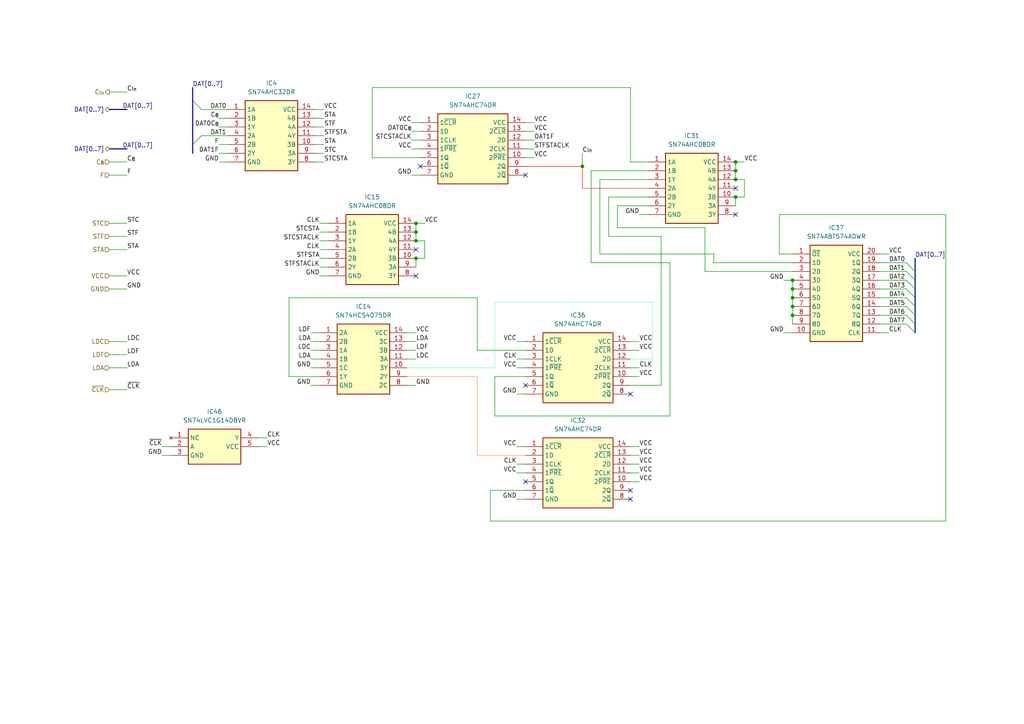
<source format=kicad_sch>
(kicad_sch (version 20250114) (generator "eeschema") (generator_version "9.0")
  (paper "A4")
  (lib_symbols
    (symbol "Samacsys:SN74ABT574ADWR"
      (property "Reference" "IC" (at 21.59 7.62 0))
      (property "Value" "SN74ABT574ADWR" (at 21.59 5.08 0))
      (symbol "SN74ABT574ADWR_1_1"
        (rectangle (start 5.08 2.54) (end 20.32 -25.4) (stroke (width 0.254)) (fill (type background)))
        (pin passive line (at 0 0 0) (length 5.08) (name "~{OE}") (number "1"))
        (pin passive line (at 0 -2.54 0) (length 5.08) (name "1D") (number "2"))
        (pin passive line (at 0 -5.08 0) (length 5.08) (name "2D") (number "3"))
        (pin passive line (at 0 -7.62 0) (length 5.08) (name "3D") (number "4"))
        (pin passive line (at 0 -10.16 0) (length 5.08) (name "4D") (number "5"))
        (pin passive line (at 0 -12.7 0) (length 5.08) (name "5D") (number "6"))
        (pin passive line (at 0 -15.24 0) (length 5.08) (name "6D") (number "7"))
        (pin passive line (at 0 -17.78 0) (length 5.08) (name "7D") (number "8"))
        (pin passive line (at 0 -20.32 0) (length 5.08) (name "8D") (number "9"))
        (pin passive line (at 0 -22.86 0) (length 5.08) (name "GND") (number "10"))
        (pin passive line (at 25.4 0 180) (length 5.08) (name "VCC") (number "20"))
        (pin passive line (at 25.4 -2.54 180) (length 5.08) (name "1Q") (number "19"))
        (pin passive line (at 25.4 -5.08 180) (length 5.08) (name "2Q") (number "18"))
        (pin passive line (at 25.4 -7.62 180) (length 5.08) (name "3Q") (number "17"))
        (pin passive line (at 25.4 -10.16 180) (length 5.08) (name "4Q") (number "16"))
        (pin passive line (at 25.4 -12.7 180) (length 5.08) (name "5Q") (number "15"))
        (pin passive line (at 25.4 -15.24 180) (length 5.08) (name "6Q") (number "14"))
        (pin passive line (at 25.4 -17.78 180) (length 5.08) (name "7Q") (number "13"))
        (pin passive line (at 25.4 -20.32 180) (length 5.08) (name "8Q") (number "12"))
        (pin passive line (at 25.4 -22.86 180) (length 5.08) (name "CLK") (number "11"))
      )
    )
    (symbol "Samacsys:SN74AHC08DR"
      (property "Reference" "IC" (at 21.59 7.62 0))
      (property "Value" "SN74AHC08DR" (at 21.59 5.08 0))
      (symbol "SN74AHC08DR_1_1"
        (rectangle (start 5.08 2.54) (end 20.32 -17.78) (stroke (width 0.254)) (fill (type background)))
        (pin passive line (at 0 0 0) (length 5.08) (name "1A") (number "1"))
        (pin passive line (at 0 -2.54 0) (length 5.08) (name "1B") (number "2"))
        (pin passive line (at 0 -5.08 0) (length 5.08) (name "1Y") (number "3"))
        (pin passive line (at 0 -7.62 0) (length 5.08) (name "2A") (number "4"))
        (pin passive line (at 0 -10.16 0) (length 5.08) (name "2B") (number "5"))
        (pin passive line (at 0 -12.7 0) (length 5.08) (name "2Y") (number "6"))
        (pin passive line (at 0 -15.24 0) (length 5.08) (name "GND") (number "7"))
        (pin passive line (at 25.4 0 180) (length 5.08) (name "VCC") (number "14"))
        (pin passive line (at 25.4 -2.54 180) (length 5.08) (name "4B") (number "13"))
        (pin passive line (at 25.4 -5.08 180) (length 5.08) (name "4A") (number "12"))
        (pin passive line (at 25.4 -7.62 180) (length 5.08) (name "4Y") (number "11"))
        (pin passive line (at 25.4 -10.16 180) (length 5.08) (name "3B") (number "10"))
        (pin passive line (at 25.4 -12.7 180) (length 5.08) (name "3A") (number "9"))
        (pin passive line (at 25.4 -15.24 180) (length 5.08) (name "3Y") (number "8"))
      )
    )
    (symbol "Samacsys:SN74AHC32DR"
      (property "Reference" "IC" (at 21.59 7.62 0))
      (property "Value" "SN74AHC32DR" (at 21.59 5.08 0))
      (symbol "SN74AHC32DR_1_1"
        (rectangle (start 5.08 2.54) (end 20.32 -17.78) (stroke (width 0.254)) (fill (type background)))
        (pin passive line (at 0 0 0) (length 5.08) (name "1A") (number "1"))
        (pin passive line (at 0 -2.54 0) (length 5.08) (name "1B") (number "2"))
        (pin passive line (at 0 -5.08 0) (length 5.08) (name "1Y") (number "3"))
        (pin passive line (at 0 -7.62 0) (length 5.08) (name "2A") (number "4"))
        (pin passive line (at 0 -10.16 0) (length 5.08) (name "2B") (number "5"))
        (pin passive line (at 0 -12.7 0) (length 5.08) (name "2Y") (number "6"))
        (pin passive line (at 0 -15.24 0) (length 5.08) (name "GND") (number "7"))
        (pin passive line (at 25.4 0 180) (length 5.08) (name "VCC") (number "14"))
        (pin passive line (at 25.4 -2.54 180) (length 5.08) (name "4B") (number "13"))
        (pin passive line (at 25.4 -5.08 180) (length 5.08) (name "4A") (number "12"))
        (pin passive line (at 25.4 -7.62 180) (length 5.08) (name "4Y") (number "11"))
        (pin passive line (at 25.4 -10.16 180) (length 5.08) (name "3B") (number "10"))
        (pin passive line (at 25.4 -12.7 180) (length 5.08) (name "3A") (number "9"))
        (pin passive line (at 25.4 -15.24 180) (length 5.08) (name "3Y") (number "8"))
      )
    )
    (symbol "Samacsys:SN74AHC74DR"
      (property "Reference" "IC" (at 26.67 7.62 0))
      (property "Value" "SN74AHC74DR" (at 26.67 5.08 0))
      (symbol "SN74AHC74DR_1_1"
        (rectangle (start 5.08 2.54) (end 25.4 -17.78) (stroke (width 0.254)) (fill (type background)))
        (pin passive line (at 0 0 0) (length 5.08) (name "1~{CLR}") (number "1"))
        (pin passive line (at 0 -2.54 0) (length 5.08) (name "1D") (number "2"))
        (pin passive line (at 0 -5.08 0) (length 5.08) (name "1CLK") (number "3"))
        (pin passive line (at 0 -7.62 0) (length 5.08) (name "1~{PRE}") (number "4"))
        (pin passive line (at 0 -10.16 0) (length 5.08) (name "1Q") (number "5"))
        (pin passive line (at 0 -12.7 0) (length 5.08) (name "1~{Q}") (number "6"))
        (pin passive line (at 0 -15.24 0) (length 5.08) (name "GND") (number "7"))
        (pin passive line (at 30.48 0 180) (length 5.08) (name "VCC") (number "14"))
        (pin passive line (at 30.48 -2.54 180) (length 5.08) (name "2~{CLR}") (number "13"))
        (pin passive line (at 30.48 -5.08 180) (length 5.08) (name "2D") (number "12"))
        (pin passive line (at 30.48 -7.62 180) (length 5.08) (name "2CLK") (number "11"))
        (pin passive line (at 30.48 -10.16 180) (length 5.08) (name "2~{PRE}") (number "10"))
        (pin passive line (at 30.48 -12.7 180) (length 5.08) (name "2Q") (number "9"))
        (pin passive line (at 30.48 -15.24 180) (length 5.08) (name "2~{Q}") (number "8"))
      )
    )
    (symbol "Samacsys:SN74HCS4075DR"
      (property "Reference" "IC" (at 21.59 7.62 0))
      (property "Value" "SN74HCS4075DR" (at 21.59 5.08 0))
      (symbol "SN74HCS4075DR_1_1"
        (rectangle (start 5.08 2.54) (end 20.32 -17.78) (stroke (width 0.254)) (fill (type background)))
        (pin passive line (at 0 0 0) (length 5.08) (name "2A") (number "1"))
        (pin passive line (at 0 -2.54 0) (length 5.08) (name "2B") (number "2"))
        (pin passive line (at 0 -5.08 0) (length 5.08) (name "1A") (number "3"))
        (pin passive line (at 0 -7.62 0) (length 5.08) (name "1B") (number "4"))
        (pin passive line (at 0 -10.16 0) (length 5.08) (name "1C") (number "5"))
        (pin passive line (at 0 -12.7 0) (length 5.08) (name "1Y") (number "6"))
        (pin passive line (at 0 -15.24 0) (length 5.08) (name "GND") (number "7"))
        (pin passive line (at 25.4 0 180) (length 5.08) (name "VCC") (number "14"))
        (pin passive line (at 25.4 -2.54 180) (length 5.08) (name "3C") (number "13"))
        (pin passive line (at 25.4 -5.08 180) (length 5.08) (name "3B") (number "12"))
        (pin passive line (at 25.4 -7.62 180) (length 5.08) (name "3A") (number "11"))
        (pin passive line (at 25.4 -10.16 180) (length 5.08) (name "3Y") (number "10"))
        (pin passive line (at 25.4 -12.7 180) (length 5.08) (name "2Y") (number "9"))
        (pin passive line (at 25.4 -15.24 180) (length 5.08) (name "2C") (number "8"))
      )
    )
    (symbol "Samacsys:SN74LVC1G14DBVR"
      (property "Reference" "IC" (at 21.59 7.62 0))
      (property "Value" "SN74LVC1G14DBVR" (at 21.59 5.08 0))
      (symbol "SN74LVC1G14DBVR_1_1"
        (rectangle (start 5.08 2.54) (end 20.32 -7.62) (stroke (width 0.254)) (fill (type background)))
        (pin no_connect line (at 0 0 0) (length 5.08) (name "NC") (number "1"))
        (pin passive line (at 0 -2.54 0) (length 5.08) (name "A") (number "2"))
        (pin passive line (at 0 -5.08 0) (length 5.08) (name "GND") (number "3"))
        (pin passive line (at 25.4 0 180) (length 5.08) (name "Y") (number "4"))
        (pin passive line (at 25.4 -2.54 180) (length 5.08) (name "VCC") (number "5"))
      )
    )
  )
  (junction (at 213.36 52.07))
  (junction (at 229.87 81.28))
  (junction (at 213.36 57.15))
  (junction (at 120.65 74.93))
  (junction (at 213.36 49.53))
  (junction (at 213.36 46.99))
  (junction (at 120.65 64.77))
  (junction (at 120.65 69.85))
  (junction (at 229.87 88.9))
  (junction (at 229.87 91.44))
  (junction (at 168.91 48.26))
  (junction (at 229.87 86.36))
  (junction (at 120.65 67.31))
  (junction (at 229.87 83.82))
  (no_connect (at 121.92 48.26))
  (no_connect (at 213.36 54.61))
  (no_connect (at 182.88 142.24))
  (no_connect (at 182.88 144.78))
  (no_connect (at 182.88 114.3))
  (no_connect (at 152.4 139.7))
  (no_connect (at 152.4 50.8))
  (no_connect (at 213.36 62.23))
  (no_connect (at 152.4 111.76))
  (no_connect (at 120.65 80.01))
  (no_connect (at 120.65 72.39))
  (bus_entry (at 55.88 41.91) (size 2.54 -2.54))
  (bus_entry (at 262.89 86.36) (size 2.54 2.54))
  (bus_entry (at 262.89 76.2) (size 2.54 2.54))
  (bus_entry (at 262.89 88.9) (size 2.54 2.54))
  (bus_entry (at 262.89 83.82) (size 2.54 2.54))
  (bus_entry (at 262.89 93.98) (size 2.54 2.54))
  (bus_entry (at 262.89 78.74) (size 2.54 2.54))
  (bus_entry (at 262.89 91.44) (size 2.54 2.54))
  (bus_entry (at 58.42 31.75) (size -2.54 -2.54))
  (bus_entry (at 262.89 81.28) (size 2.54 2.54))
  (wire (pts (xy 152.4 142.24) (xy 142.24 142.24)))
  (wire (pts (xy 187.96 52.07) (xy 173.99 52.07)))
  (wire (pts (xy 213.36 52.07) (xy 215.9 52.07)))
  (wire (pts (xy 91.44 46.99) (xy 93.98 46.99)))
  (wire (pts (xy 213.36 57.15) (xy 213.36 59.69)))
  (wire (pts (xy 176.53 68.58) (xy 176.53 57.15)))
  (wire (pts (xy 255.27 73.66) (xy 257.81 73.66)))
  (wire (pts (xy 204.47 78.74) (xy 204.47 66.04)))
  (wire (pts (xy 107.95 45.72) (xy 107.95 25.4)))
  (wire (pts (xy 182.88 106.68) (xy 185.42 106.68)))
  (wire (pts (xy 182.88 139.7) (xy 185.42 139.7)))
  (wire (pts (xy 83.82 109.22) (xy 83.82 86.36)))
  (wire (pts (xy 213.36 46.99) (xy 213.36 49.53)))
  (wire (pts (xy 118.11 96.52) (xy 120.65 96.52)))
  (wire (pts (xy 173.99 73.66) (xy 207.01 73.66)))
  (wire (pts (xy 63.5 44.45) (xy 66.04 44.45)))
  (wire (pts (xy 182.88 129.54) (xy 185.42 129.54)))
  (wire (pts (xy 138.43 101.6) (xy 152.4 101.6)))
  (wire (pts (xy 143.51 120.65) (xy 194.31 120.65)))
  (wire (pts (xy 90.17 101.6) (xy 92.71 101.6)))
  (wire (pts (xy 274.32 62.23) (xy 226.06 62.23)))
  (wire (pts (xy 92.71 109.22) (xy 83.82 109.22)))
  (wire (pts (xy 63.5 34.29) (xy 66.04 34.29)))
  (wire (pts (xy 213.36 57.15) (xy 215.9 57.15)))
  (wire (pts (xy 31.75 26.67) (xy 36.83 26.67)))
  (wire (pts (xy 179.07 66.04) (xy 179.07 59.69)))
  (wire (pts (xy 31.75 99.06) (xy 36.83 99.06)))
  (wire (pts (xy 255.27 93.98) (xy 262.89 93.98)))
  (wire (pts (xy 31.75 113.03) (xy 36.83 113.03)))
  (wire (pts (xy 152.4 38.1) (xy 154.94 38.1)))
  (wire (pts (xy 229.87 83.82) (xy 229.87 86.36)))
  (wire (pts (xy 179.07 59.69) (xy 187.96 59.69)))
  (bus (pts (xy 265.43 78.74) (xy 265.43 81.28)))
  (wire (pts (xy 92.71 80.01) (xy 95.25 80.01)))
  (wire (pts (xy 194.31 76.2) (xy 171.45 76.2)))
  (wire (pts (xy 120.65 64.77) (xy 123.19 64.77)))
  (wire (pts (xy 31.75 106.68) (xy 36.83 106.68)))
  (wire (pts (xy 46.99 129.54) (xy 49.53 129.54)))
  (wire (pts (xy 120.65 111.76) (xy 118.11 111.76)))
  (wire (pts (xy 63.5 46.99) (xy 66.04 46.99)))
  (wire (pts (xy 255.27 81.28) (xy 262.89 81.28)))
  (wire (pts (xy 107.95 25.4) (xy 182.88 25.4)))
  (wire (pts (xy 229.87 81.28) (xy 229.87 83.82)))
  (wire (pts (xy 91.44 39.37) (xy 93.98 39.37)))
  (wire (pts (xy 229.87 88.9) (xy 229.87 91.44)))
  (wire (pts (xy 46.99 132.08) (xy 49.53 132.08)))
  (wire (pts (xy 152.4 106.68) (xy 149.86 106.68)))
  (wire (pts (xy 226.06 73.66) (xy 229.87 73.66)))
  (wire (pts (xy 31.75 72.39) (xy 36.83 72.39)))
  (wire (pts (xy 31.75 83.82) (xy 36.83 83.82)))
  (wire (pts (xy 255.27 91.44) (xy 262.89 91.44)))
  (wire (pts (xy 90.17 111.76) (xy 92.71 111.76)))
  (wire (pts (xy 120.65 74.93) (xy 123.19 74.93)))
  (wire (pts (xy 229.87 86.36) (xy 229.87 88.9)))
  (wire (pts (xy 152.4 104.14) (xy 149.86 104.14)))
  (wire (pts (xy 31.75 46.99) (xy 36.83 46.99)))
  (wire (pts (xy 182.88 109.22) (xy 185.42 109.22)))
  (wire (pts (xy 120.65 101.6) (xy 118.11 101.6)))
  (wire (pts (xy 138.43 86.36) (xy 138.43 101.6)))
  (bus (pts (xy 265.43 88.9) (xy 265.43 91.44)))
  (wire (pts (xy 152.4 129.54) (xy 149.86 129.54)))
  (wire (pts (xy 92.71 69.85) (xy 95.25 69.85)))
  (wire (pts (xy 194.31 120.65) (xy 194.31 76.2)))
  (wire (pts (xy 204.47 66.04) (xy 179.07 66.04)))
  (wire (pts (xy 255.27 86.36) (xy 262.89 86.36)))
  (wire (pts (xy 142.24 151.13) (xy 274.32 151.13)))
  (wire (pts (xy 207.01 73.66) (xy 207.01 76.2)))
  (wire (pts (xy 152.4 45.72) (xy 154.94 45.72)))
  (wire (pts (xy 168.91 44.45) (xy 168.91 48.26)))
  (wire (pts (xy 92.71 64.77) (xy 95.25 64.77)))
  (wire (pts (xy 142.24 142.24) (xy 142.24 151.13)))
  (wire (pts (xy 255.27 76.2) (xy 262.89 76.2)))
  (wire (pts (xy 182.88 111.76) (xy 191.77 111.76)))
  (wire (pts (xy 31.75 102.87) (xy 36.83 102.87)))
  (wire (pts (xy 74.93 129.54) (xy 77.47 129.54)))
  (bus (pts (xy 55.88 41.91) (xy 55.88 44.45)))
  (bus (pts (xy 55.88 29.21) (xy 55.88 41.91)))
  (wire (pts (xy 120.65 64.77) (xy 120.65 67.31)))
  (wire (pts (xy 149.86 144.78) (xy 152.4 144.78)))
  (wire (pts (xy 83.82 86.36) (xy 138.43 86.36)))
  (wire (pts (xy 120.65 69.85) (xy 123.19 69.85)))
  (wire (pts (xy 143.51 109.22) (xy 143.51 120.65)))
  (wire (pts (xy 58.42 39.37) (xy 66.04 39.37)))
  (wire (pts (xy 90.17 96.52) (xy 92.71 96.52)))
  (wire (pts (xy 119.38 50.8) (xy 121.92 50.8)))
  (wire (pts (xy 152.4 134.62) (xy 149.86 134.62)))
  (bus (pts (xy 265.43 74.93) (xy 265.43 78.74)))
  (wire (pts (xy 171.45 49.53) (xy 187.96 49.53)))
  (bus (pts (xy 265.43 91.44) (xy 265.43 93.98)))
  (wire (pts (xy 118.11 106.68) (xy 143.51 106.68)) (stroke (width 0) (color 121 255 176 1)))
  (wire (pts (xy 123.19 74.93) (xy 123.19 69.85)))
  (wire (pts (xy 91.44 34.29) (xy 93.98 34.29)))
  (wire (pts (xy 255.27 96.52) (xy 257.81 96.52)))
  (wire (pts (xy 143.51 106.68) (xy 143.51 87.63)) (stroke (width 0) (color 121 255 176 1)))
  (wire (pts (xy 120.65 67.31) (xy 120.65 69.85)))
  (wire (pts (xy 152.4 40.64) (xy 154.94 40.64)))
  (bus (pts (xy 265.43 86.36) (xy 265.43 88.9)))
  (wire (pts (xy 31.75 68.58) (xy 36.83 68.58)))
  (wire (pts (xy 229.87 91.44) (xy 229.87 93.98)))
  (wire (pts (xy 121.92 35.56) (xy 119.38 35.56)))
  (wire (pts (xy 213.36 49.53) (xy 213.36 52.07)))
  (wire (pts (xy 182.88 132.08) (xy 185.42 132.08)))
  (wire (pts (xy 90.17 99.06) (xy 92.71 99.06)))
  (wire (pts (xy 152.4 137.16) (xy 149.86 137.16)))
  (wire (pts (xy 31.75 64.77) (xy 36.83 64.77)))
  (wire (pts (xy 119.38 38.1) (xy 121.92 38.1)))
  (wire (pts (xy 191.77 111.76) (xy 191.77 68.58)))
  (wire (pts (xy 182.88 134.62) (xy 185.42 134.62)))
  (bus (pts (xy 265.43 93.98) (xy 265.43 96.52)))
  (wire (pts (xy 274.32 151.13) (xy 274.32 62.23)))
  (wire (pts (xy 31.75 50.8) (xy 36.83 50.8)))
  (wire (pts (xy 91.44 31.75) (xy 93.98 31.75)))
  (wire (pts (xy 91.44 44.45) (xy 93.98 44.45)))
  (wire (pts (xy 182.88 46.99) (xy 187.96 46.99)))
  (wire (pts (xy 92.71 67.31) (xy 95.25 67.31)))
  (wire (pts (xy 92.71 77.47) (xy 95.25 77.47)))
  (wire (pts (xy 120.65 104.14) (xy 118.11 104.14)))
  (wire (pts (xy 138.43 109.22) (xy 138.43 132.08)) (stroke (width 0) (color 255 143 96 1)))
  (bus (pts (xy 31.75 43.18) (xy 36.83 43.18)))
  (wire (pts (xy 255.27 88.9) (xy 262.89 88.9)))
  (wire (pts (xy 90.17 104.14) (xy 92.71 104.14)))
  (wire (pts (xy 176.53 57.15) (xy 187.96 57.15)))
  (wire (pts (xy 227.33 96.52) (xy 229.87 96.52)))
  (wire (pts (xy 182.88 25.4) (xy 182.88 46.99)))
  (wire (pts (xy 118.11 109.22) (xy 138.43 109.22)) (stroke (width 0) (color 255 143 96 1)))
  (wire (pts (xy 168.91 54.61) (xy 187.96 54.61)) (stroke (width 0) (color 255 50 50 1)))
  (bus (pts (xy 265.43 81.28) (xy 265.43 83.82)))
  (wire (pts (xy 118.11 99.06) (xy 120.65 99.06)))
  (wire (pts (xy 226.06 62.23) (xy 226.06 73.66)))
  (wire (pts (xy 91.44 41.91) (xy 93.98 41.91)))
  (wire (pts (xy 90.17 106.68) (xy 92.71 106.68)))
  (wire (pts (xy 185.42 62.23) (xy 187.96 62.23)))
  (bus (pts (xy 31.75 31.75) (xy 36.83 31.75)))
  (wire (pts (xy 171.45 76.2) (xy 171.45 49.53)))
  (wire (pts (xy 31.75 80.01) (xy 36.83 80.01)))
  (wire (pts (xy 229.87 78.74) (xy 204.47 78.74)))
  (wire (pts (xy 182.88 99.06) (xy 185.42 99.06)))
  (wire (pts (xy 119.38 40.64) (xy 121.92 40.64)))
  (wire (pts (xy 182.88 137.16) (xy 185.42 137.16)))
  (wire (pts (xy 143.51 87.63) (xy 189.23 87.63)) (stroke (width 0) (color 121 255 176 1)))
  (wire (pts (xy 255.27 83.82) (xy 262.89 83.82)))
  (wire (pts (xy 152.4 35.56) (xy 154.94 35.56)))
  (wire (pts (xy 168.91 48.26) (xy 152.4 48.26)) (stroke (width 0) (color 255 0 0 1)))
  (wire (pts (xy 189.23 104.14) (xy 182.88 104.14)) (stroke (width 0) (color 121 255 176 1)))
  (wire (pts (xy 74.93 127) (xy 77.47 127)))
  (wire (pts (xy 152.4 99.06) (xy 149.86 99.06)))
  (wire (pts (xy 91.44 36.83) (xy 93.98 36.83)))
  (bus (pts (xy 55.88 25.4) (xy 55.88 29.21)))
  (wire (pts (xy 191.77 68.58) (xy 176.53 68.58)))
  (wire (pts (xy 173.99 52.07) (xy 173.99 73.66)))
  (wire (pts (xy 207.01 76.2) (xy 229.87 76.2)))
  (wire (pts (xy 121.92 43.18) (xy 119.38 43.18)))
  (wire (pts (xy 227.33 81.28) (xy 229.87 81.28)))
  (bus (pts (xy 265.43 83.82) (xy 265.43 86.36)))
  (wire (pts (xy 63.5 41.91) (xy 66.04 41.91)))
  (wire (pts (xy 255.27 78.74) (xy 262.89 78.74)))
  (wire (pts (xy 152.4 43.18) (xy 154.94 43.18)))
  (wire (pts (xy 215.9 57.15) (xy 215.9 52.07)))
  (wire (pts (xy 58.42 31.75) (xy 66.04 31.75)))
  (wire (pts (xy 182.88 101.6) (xy 185.42 101.6)))
  (wire (pts (xy 152.4 109.22) (xy 143.51 109.22)))
  (wire (pts (xy 189.23 87.63) (xy 189.23 104.14)) (stroke (width 0) (color 121 255 176 1)))
  (wire (pts (xy 63.5 36.83) (xy 66.04 36.83)))
  (wire (pts (xy 92.71 74.93) (xy 95.25 74.93)))
  (wire (pts (xy 149.86 114.3) (xy 152.4 114.3)))
  (wire (pts (xy 121.92 45.72) (xy 107.95 45.72)))
  (wire (pts (xy 120.65 74.93) (xy 120.65 77.47)))
  (wire (pts (xy 213.36 46.99) (xy 215.9 46.99)))
  (wire (pts (xy 168.91 48.26) (xy 168.91 54.61)) (stroke (width 0) (color 255 0 0 1)))
  (wire (pts (xy 138.43 132.08) (xy 152.4 132.08)) (stroke (width 0) (color 255 143 96 1)))
  (wire (pts (xy 92.71 72.39) (xy 95.25 72.39)))
  (label "DAT[0..7]" (at 55.88 25.4 0))
  (label "C_{8}" (at 36.83 46.99 0))
  (label "DAT6" (at 257.81 91.44 0))
  (label "STF" (at 93.98 36.83 0))
  (label "GND" (at 46.99 132.08 180))
  (label "GND" (at 227.33 96.52 180))
  (label "STFSTA" (at 93.98 39.37 0))
  (label "CLK" (at 149.86 134.62 180))
  (label "VCC" (at 154.94 38.1 0))
  (label "STC" (at 36.83 64.77 0))
  (label "STFSTACLK" (at 154.94 43.18 0))
  (label "VCC" (at 185.42 132.08 0))
  (label "VCC" (at 185.42 109.22 0))
  (label "GND" (at 90.17 106.68 180))
  (label "DAT3" (at 257.81 83.82 0))
  (label "VCC" (at 185.42 129.54 0))
  (label "GND" (at 149.86 114.3 180))
  (label "LDA" (at 36.83 106.68 0))
  (label "DAT0C_{8}" (at 63.5 36.83 180))
  (label "STCSTA" (at 92.71 67.31 180))
  (label "GND" (at 120.65 111.76 0))
  (label "C_{in}" (at 168.91 44.45 0))
  (label "STCSTA" (at 93.98 46.99 0))
  (label "VCC" (at 77.47 129.54 0))
  (label "GND" (at 185.42 62.23 180))
  (label "STA" (at 36.83 72.39 0))
  (label "STA" (at 93.98 41.91 0))
  (label "F" (at 63.5 41.91 180))
  (label "LDF" (at 36.83 102.87 0))
  (label "GND" (at 227.33 81.28 180))
  (label "LDC" (at 36.83 99.06 0))
  (label "C_{8}" (at 63.5 34.29 180))
  (label "DAT1" (at 257.81 78.74 0))
  (label "DAT0C_{8}" (at 119.38 38.1 180))
  (label "~{CLK}" (at 46.99 129.54 180))
  (label "CLK" (at 77.47 127 0))
  (label "STCSTACLK" (at 92.71 69.85 180))
  (label "CLK" (at 185.42 106.68 0))
  (label "VCC" (at 119.38 43.18 180))
  (label "GND" (at 36.83 83.82 0))
  (label "GND" (at 63.5 46.99 180))
  (label "VCC" (at 36.83 80.01 0))
  (label "STFSTACLK" (at 92.71 77.47 180))
  (label "DAT5" (at 257.81 88.9 0))
  (label "DAT1F" (at 63.5 44.45 180))
  (label "VCC" (at 149.86 129.54 180))
  (label "STF" (at 36.83 68.58 0))
  (label "DAT[0..7]" (at 35.56 43.18 0))
  (label "C_{in}" (at 36.83 26.67 0))
  (label "VCC" (at 185.42 139.7 0))
  (label "VCC" (at 149.86 106.68 180))
  (label "GND" (at 92.71 80.01 180))
  (label "VCC" (at 149.86 137.16 180))
  (label "DAT1" (at 60.96 39.37 0))
  (label "VCC" (at 93.98 31.75 0))
  (label "VCC" (at 185.42 137.16 0))
  (label "LDA" (at 90.17 104.14 180))
  (label "DAT7" (at 257.81 93.98 0))
  (label "VCC" (at 119.38 35.56 180))
  (label "CLK" (at 257.81 96.52 0))
  (label "DAT1F" (at 154.94 40.64 0))
  (label "DAT[0..7]" (at 265.43 74.93 0))
  (label "LDF" (at 90.17 96.52 180))
  (label "STFSTA" (at 92.71 74.93 180))
  (label "CLK" (at 92.71 64.77 180))
  (label "VCC" (at 185.42 101.6 0))
  (label "CLK" (at 92.71 72.39 180))
  (label "LDF" (at 120.65 101.6 0))
  (label "LDA" (at 90.17 99.06 180))
  (label "DAT2" (at 257.81 81.28 0))
  (label "LDC" (at 90.17 101.6 180))
  (label "VCC" (at 215.9 46.99 0))
  (label "GND" (at 149.86 144.78 180))
  (label "STCSTACLK" (at 119.38 40.64 180))
  (label "VCC" (at 185.42 134.62 0))
  (label "VCC" (at 149.86 99.06 180))
  (label "VCC" (at 154.94 45.72 0))
  (label "STA" (at 93.98 34.29 0))
  (label "VCC" (at 154.94 35.56 0))
  (label "CLK" (at 149.86 104.14 180))
  (label "F" (at 36.83 50.8 0))
  (label "STC" (at 93.98 44.45 0))
  (label "GND" (at 90.17 111.76 180))
  (label "VCC" (at 123.19 64.77 0))
  (label "DAT0" (at 257.81 76.2 0))
  (label "VCC" (at 257.81 73.66 0))
  (label "VCC" (at 120.65 96.52 0))
  (label "VCC" (at 185.42 99.06 0))
  (label "~{CLK}" (at 36.83 113.03 0))
  (label "LDC" (at 120.65 104.14 0))
  (label "LDA" (at 120.65 99.06 0))
  (label "DAT[0..7]" (at 35.56 31.75 0))
  (label "DAT4" (at 257.81 86.36 0))
  (label "DAT0" (at 60.96 31.75 0))
  (label "GND" (at 119.38 50.8 180))
  (hierarchical_label "STC" (shape input) (at 31.75 64.77 180))
  (hierarchical_label "VCC" (shape input) (at 31.75 80.01 180))
  (hierarchical_label "C_{in}" (shape output) (at 31.75 26.67 180))
  (hierarchical_label "DAT[0..7]" (shape tri_state) (at 31.75 43.18 180))
  (hierarchical_label "~{CLK}" (shape input) (at 31.75 113.03 180))
  (hierarchical_label "LDA" (shape input) (at 31.75 106.68 180))
  (hierarchical_label "GND" (shape input) (at 31.75 83.82 180))
  (hierarchical_label "F" (shape input) (at 31.75 50.8 180))
  (hierarchical_label "DAT[0..7]" (shape tri_state) (at 31.75 31.75 180))
  (hierarchical_label "C_{8}" (shape input) (at 31.75 46.99 180))
  (hierarchical_label "STF" (shape input) (at 31.75 68.58 180))
  (hierarchical_label "LDF" (shape input) (at 31.75 102.87 180))
  (hierarchical_label "STA" (shape input) (at 31.75 72.39 180))
  (hierarchical_label "LDC" (shape input) (at 31.75 99.06 180))
  (symbol (lib_id "Samacsys:SN74AHC74DR") (at 121.92 35.56 0) (unit 1)
    (property "Reference" "IC27" (at 137.16 27.94 0))
    (property "Value" "SN74AHC74DR" (at 137.16 30.48 0))
    (property "Footprint" "Samacsys:SOIC127P600X175-14N" (effects (hide yes)))
    (property "Datasheet" "http://www.ti.com/lit/gpn/sn74ahc74" (effects (hide yes)))
    (property "Description" "Dual Positive-Edge-Triggered D-Type Flip-Flops With Clear and Preset" (effects (hide yes)))
    (property "Height" "1.75" (effects (hide yes)))
    (property "Mouser Part Number" "595-SN74AHC74DR" (effects (hide yes)))
    (property "Mouser Price/Stock" "https://www.mouser.co.uk/ProductDetail/Texas-Instruments/SN74AHC74DR?qs=st7IWvlL5%2FgP9OJq63EsFQ%3D%3D" (effects (hide yes)))
    (property "Manufacturer_Name" "Texas Instruments" (effects (hide yes)))
    (property "Manufacturer_Part_Number" "SN74AHC74DR" (effects (hide yes)))
  )
  (symbol (lib_id "Samacsys:SN74ABT574ADWR") (at 229.87 73.66 0) (unit 1)
    (property "Reference" "IC37" (at 242.57 66.04 0))
    (property "Value" "SN74ABT574ADWR" (at 242.57 68.58 0))
    (property "Footprint" "Samacsys:SOIC127P1030X265-20N" (effects (hide yes)))
    (property "Datasheet" "http://www.ti.com/lit/gpn/sn74abt574a" (effects (hide yes)))
    (property "Description" "Texas Instruments SN74ABT574ADWR, D Type Bus Interface Flip Flop, 3-State, 4.5  5.5 V, 20-Pin SOIC" (effects (hide yes)))
    (property "Height" "2.65" (effects (hide yes)))
    (property "Mouser Part Number" "595-SN74ABT574ADWR" (effects (hide yes)))
    (property "Mouser Price/Stock" "https://www.mouser.co.uk/ProductDetail/Texas-Instruments/SN74ABT574ADWR?qs=nMmhAzRCgdCWNOUsuPi1DA%3D%3D" (effects (hide yes)))
    (property "Manufacturer_Name" "Texas Instruments" (effects (hide yes)))
    (property "Manufacturer_Part_Number" "SN74ABT574ADWR" (effects (hide yes)))
  )
  (symbol (lib_id "Samacsys:SN74AHC74DR") (at 152.4 99.06 0) (unit 1)
    (property "Reference" "IC36" (at 167.64 91.44 0))
    (property "Value" "SN74AHC74DR" (at 167.64 93.98 0))
    (property "Footprint" "Samacsys:SOIC127P600X175-14N" (effects (hide yes)))
    (property "Datasheet" "http://www.ti.com/lit/gpn/sn74ahc74" (effects (hide yes)))
    (property "Description" "Dual Positive-Edge-Triggered D-Type Flip-Flops With Clear and Preset" (effects (hide yes)))
    (property "Height" "1.75" (effects (hide yes)))
    (property "Mouser Part Number" "595-SN74AHC74DR" (effects (hide yes)))
    (property "Mouser Price/Stock" "https://www.mouser.co.uk/ProductDetail/Texas-Instruments/SN74AHC74DR?qs=st7IWvlL5%2FgP9OJq63EsFQ%3D%3D" (effects (hide yes)))
    (property "Manufacturer_Name" "Texas Instruments" (effects (hide yes)))
    (property "Manufacturer_Part_Number" "SN74AHC74DR" (effects (hide yes)))
  )
  (symbol (lib_id "Samacsys:SN74AHC08DR") (at 95.25 64.77 0) (unit 1)
    (property "Reference" "IC15" (at 107.95 57.15 0))
    (property "Value" "SN74AHC08DR" (at 107.95 59.69 0))
    (property "Footprint" "Samacsys:SOIC127P600X175-14N" (effects (hide yes)))
    (property "Datasheet" "http://www.ti.com/lit/gpn/sn74ahc08" (effects (hide yes)))
    (property "Description" "Quadruple 2-Input Positive-AND Gates" (effects (hide yes)))
    (property "Height" "1.75" (effects (hide yes)))
    (property "Mouser Part Number" "595-SN74AHC08DR" (effects (hide yes)))
    (property "Mouser Price/Stock" "https://www.mouser.co.uk/ProductDetail/Texas-Instruments/SN74AHC08DR?qs=3pnr37ZAbK%252BRKKo59Fme5A%3D%3D" (effects (hide yes)))
    (property "Manufacturer_Name" "Texas Instruments" (effects (hide yes)))
    (property "Manufacturer_Part_Number" "SN74AHC08DR" (effects (hide yes)))
  )
  (symbol (lib_id "Samacsys:SN74AHC32DR") (at 66.04 31.75 0) (unit 1)
    (property "Reference" "IC4" (at 78.74 24.13 0))
    (property "Value" "SN74AHC32DR" (at 78.74 26.67 0))
    (property "Footprint" "Samacsys:SOIC127P600X175-14N" (effects (hide yes)))
    (property "Datasheet" "http://www.ti.com/lit/gpn/sn74ahc32" (effects (hide yes)))
    (property "Description" "Quadruple 2-Input Positive-OR Gates" (effects (hide yes)))
    (property "Height" "1.75" (effects (hide yes)))
    (property "Mouser Part Number" "595-SN74AHC32DR" (effects (hide yes)))
    (property "Mouser Price/Stock" "https://www.mouser.co.uk/ProductDetail/Texas-Instruments/SN74AHC32DR?qs=bvpNxolhIUP1gpgKlKyYQQ%3D%3D" (effects (hide yes)))
    (property "Manufacturer_Name" "Texas Instruments" (effects (hide yes)))
    (property "Manufacturer_Part_Number" "SN74AHC32DR" (effects (hide yes)))
  )
  (symbol (lib_id "Samacsys:SN74AHC74DR") (at 152.4 129.54 0) (unit 1)
    (property "Reference" "IC32" (at 167.64 121.92 0))
    (property "Value" "SN74AHC74DR" (at 167.64 124.46 0))
    (property "Footprint" "Samacsys:SOIC127P600X175-14N" (effects (hide yes)))
    (property "Datasheet" "http://www.ti.com/lit/gpn/sn74ahc74" (effects (hide yes)))
    (property "Description" "Dual Positive-Edge-Triggered D-Type Flip-Flops With Clear and Preset" (effects (hide yes)))
    (property "Height" "1.75" (effects (hide yes)))
    (property "Mouser Part Number" "595-SN74AHC74DR" (effects (hide yes)))
    (property "Mouser Price/Stock" "https://www.mouser.co.uk/ProductDetail/Texas-Instruments/SN74AHC74DR?qs=st7IWvlL5%2FgP9OJq63EsFQ%3D%3D" (effects (hide yes)))
    (property "Manufacturer_Name" "Texas Instruments" (effects (hide yes)))
    (property "Manufacturer_Part_Number" "SN74AHC74DR" (effects (hide yes)))
  )
  (symbol (lib_id "Samacsys:SN74AHC08DR") (at 187.96 46.99 0) (unit 1)
    (property "Reference" "IC31" (at 200.66 39.37 0))
    (property "Value" "SN74AHC08DR" (at 200.66 41.91 0))
    (property "Footprint" "Samacsys:SOIC127P600X175-14N" (effects (hide yes)))
    (property "Datasheet" "http://www.ti.com/lit/gpn/sn74ahc08" (effects (hide yes)))
    (property "Description" "Quadruple 2-Input Positive-AND Gates" (effects (hide yes)))
    (property "Height" "1.75" (effects (hide yes)))
    (property "Mouser Part Number" "595-SN74AHC08DR" (effects (hide yes)))
    (property "Mouser Price/Stock" "https://www.mouser.co.uk/ProductDetail/Texas-Instruments/SN74AHC08DR?qs=3pnr37ZAbK%252BRKKo59Fme5A%3D%3D" (effects (hide yes)))
    (property "Manufacturer_Name" "Texas Instruments" (effects (hide yes)))
    (property "Manufacturer_Part_Number" "SN74AHC08DR" (effects (hide yes)))
  )
  (symbol (lib_id "Samacsys:SN74LVC1G14DBVR") (at 49.53 127 0) (unit 1)
    (property "Reference" "IC46" (at 62.23 119.38 0))
    (property "Value" "SN74LVC1G14DBVR" (at 62.23 121.92 0))
    (property "Footprint" "Samacsys:SOT95P280X145-5N" (effects (hide yes)))
    (property "Datasheet" "https://datasheet.datasheetarchive.com/originals/distributors/Datasheets-DGA13/1136296.pdf" (effects (hide yes)))
    (property "Description" "TEXAS INSTRUMENTS - SN74LVC1G14DBVR - IC, SCHMITT TRIGGER INVERTER, SMD" (effects (hide yes)))
    (property "Height" "1.45" (effects (hide yes)))
    (property "Mouser Part Number" "595-SN74LVC1G14DBVR" (effects (hide yes)))
    (property "Mouser Price/Stock" "https://www.mouser.co.uk/ProductDetail/Texas-Instruments/SN74LVC1G14DBVR?qs=dT9u2OTAaVWRIgCrQFnxuQ%3D%3D" (effects (hide yes)))
    (property "Manufacturer_Name" "Texas Instruments" (effects (hide yes)))
    (property "Manufacturer_Part_Number" "SN74LVC1G14DBVR" (effects (hide yes)))
  )
  (symbol (lib_id "Samacsys:SN74HCS4075DR") (at 92.71 96.52 0) (unit 1)
    (property "Reference" "IC14" (at 105.41 88.9 0))
    (property "Value" "SN74HCS4075DR" (at 105.41 91.44 0))
    (property "Footprint" "Samacsys:SOIC127P600X175-14N" (effects (hide yes)))
    (property "Datasheet" "https://www.ti.com/lit/gpn/SN74HCS4075" (effects (hide yes)))
    (property "Description" "Logic Gates 3-channel, 3-input OR gates with schmitt-trigger inputs" (effects (hide yes)))
    (property "Height" "1.75" (effects (hide yes)))
    (property "Mouser Part Number" "595-SN74HCS4075DR" (effects (hide yes)))
    (property "Mouser Price/Stock" "https://www.mouser.co.uk/ProductDetail/Texas-Instruments/SN74HCS4075DR?qs=sPbYRqrBIVmdJ91ff%252BdGMg%3D%3D" (effects (hide yes)))
    (property "Manufacturer_Name" "Texas Instruments" (effects (hide yes)))
    (property "Manufacturer_Part_Number" "SN74HCS4075DR" (effects (hide yes)))
  )
)
</source>
